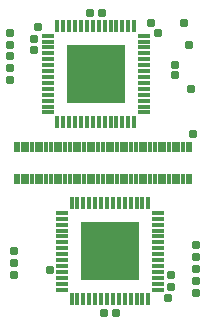
<source format=gts>
G75*
%MOIN*%
%OFA0B0*%
%FSLAX25Y25*%
%IPPOS*%
%LPD*%
%AMOC8*
5,1,8,0,0,1.08239X$1,22.5*
%
%ADD10R,0.19498X0.19498*%
%ADD11R,0.04143X0.01584*%
%ADD12R,0.01584X0.04143*%
%ADD13R,0.01506X0.03198*%
%ADD14R,0.01978X0.03198*%
%ADD15C,0.03100*%
D10*
X0039140Y0026935D03*
X0034415Y0085990D03*
D11*
X0018470Y0085006D03*
X0018470Y0086974D03*
X0018470Y0088943D03*
X0018470Y0090911D03*
X0018470Y0092880D03*
X0018470Y0094848D03*
X0018470Y0096817D03*
X0018470Y0098785D03*
X0018470Y0083037D03*
X0018470Y0081069D03*
X0018470Y0079100D03*
X0018470Y0077132D03*
X0018470Y0075163D03*
X0018470Y0073195D03*
X0023195Y0039730D03*
X0023195Y0037762D03*
X0023195Y0035793D03*
X0023195Y0033825D03*
X0023195Y0031856D03*
X0023195Y0029888D03*
X0023195Y0027919D03*
X0023195Y0025951D03*
X0023195Y0023982D03*
X0023195Y0022014D03*
X0023195Y0020045D03*
X0023195Y0018077D03*
X0023195Y0016108D03*
X0023195Y0014140D03*
X0055085Y0014140D03*
X0055085Y0016108D03*
X0055085Y0018077D03*
X0055085Y0020045D03*
X0055085Y0022014D03*
X0055085Y0023982D03*
X0055085Y0025951D03*
X0055085Y0027919D03*
X0055085Y0029888D03*
X0055085Y0031856D03*
X0055085Y0033825D03*
X0055085Y0035793D03*
X0055085Y0037762D03*
X0055085Y0039730D03*
X0050360Y0073195D03*
X0050360Y0075163D03*
X0050360Y0077132D03*
X0050360Y0079100D03*
X0050360Y0081069D03*
X0050360Y0083037D03*
X0050360Y0085006D03*
X0050360Y0086974D03*
X0050360Y0088943D03*
X0050360Y0090911D03*
X0050360Y0092880D03*
X0050360Y0094848D03*
X0050360Y0096817D03*
X0050360Y0098785D03*
D12*
X0047211Y0101935D03*
X0045242Y0101935D03*
X0043274Y0101935D03*
X0041305Y0101935D03*
X0039337Y0101935D03*
X0037368Y0101935D03*
X0035400Y0101935D03*
X0033431Y0101935D03*
X0031463Y0101935D03*
X0029494Y0101935D03*
X0027526Y0101935D03*
X0025557Y0101935D03*
X0023589Y0101935D03*
X0021620Y0101935D03*
X0021620Y0070045D03*
X0023589Y0070045D03*
X0025557Y0070045D03*
X0027526Y0070045D03*
X0029494Y0070045D03*
X0031463Y0070045D03*
X0033431Y0070045D03*
X0035400Y0070045D03*
X0037368Y0070045D03*
X0039337Y0070045D03*
X0041305Y0070045D03*
X0043274Y0070045D03*
X0045242Y0070045D03*
X0047211Y0070045D03*
X0047998Y0042880D03*
X0049967Y0042880D03*
X0051935Y0042880D03*
X0046030Y0042880D03*
X0044061Y0042880D03*
X0042093Y0042880D03*
X0040124Y0042880D03*
X0038156Y0042880D03*
X0036187Y0042880D03*
X0034219Y0042880D03*
X0032250Y0042880D03*
X0030281Y0042880D03*
X0028313Y0042880D03*
X0026344Y0042880D03*
X0026344Y0010990D03*
X0028313Y0010990D03*
X0030281Y0010990D03*
X0032250Y0010990D03*
X0034219Y0010990D03*
X0036187Y0010990D03*
X0038156Y0010990D03*
X0040124Y0010990D03*
X0042093Y0010990D03*
X0044061Y0010990D03*
X0046030Y0010990D03*
X0047998Y0010990D03*
X0049967Y0010990D03*
X0051935Y0010990D03*
D13*
X0052526Y0051128D03*
X0054100Y0051128D03*
X0055675Y0051128D03*
X0057250Y0051128D03*
X0058825Y0051128D03*
X0060400Y0051128D03*
X0061974Y0051128D03*
X0063549Y0051128D03*
X0063549Y0061797D03*
X0061974Y0061797D03*
X0060400Y0061797D03*
X0058825Y0061797D03*
X0057250Y0061797D03*
X0055675Y0061797D03*
X0054100Y0061797D03*
X0052526Y0061797D03*
X0050951Y0061797D03*
X0049376Y0061797D03*
X0047801Y0061797D03*
X0046226Y0061797D03*
X0044652Y0061797D03*
X0043077Y0061797D03*
X0041502Y0061797D03*
X0039927Y0061797D03*
X0038352Y0061797D03*
X0036778Y0061797D03*
X0035203Y0061797D03*
X0033628Y0061797D03*
X0032053Y0061797D03*
X0030478Y0061797D03*
X0028904Y0061797D03*
X0027329Y0061797D03*
X0025754Y0061797D03*
X0024179Y0061797D03*
X0022604Y0061797D03*
X0021030Y0061797D03*
X0019455Y0061797D03*
X0017880Y0061797D03*
X0016305Y0061797D03*
X0014730Y0061797D03*
X0013156Y0061797D03*
X0011581Y0061797D03*
X0010006Y0061797D03*
X0010006Y0051128D03*
X0011581Y0051128D03*
X0013156Y0051128D03*
X0014730Y0051128D03*
X0016305Y0051128D03*
X0017880Y0051128D03*
X0019455Y0051128D03*
X0021030Y0051128D03*
X0022604Y0051128D03*
X0024179Y0051128D03*
X0025754Y0051128D03*
X0027329Y0051128D03*
X0028904Y0051128D03*
X0030478Y0051128D03*
X0032053Y0051128D03*
X0033628Y0051128D03*
X0035203Y0051128D03*
X0036778Y0051128D03*
X0038352Y0051128D03*
X0039927Y0051128D03*
X0041502Y0051128D03*
X0043077Y0051128D03*
X0044652Y0051128D03*
X0046226Y0051128D03*
X0047801Y0051128D03*
X0049376Y0051128D03*
X0050951Y0051128D03*
D14*
X0065419Y0051128D03*
X0065419Y0061797D03*
X0008136Y0061797D03*
X0008136Y0051128D03*
D15*
X0007250Y0019061D03*
X0007250Y0022998D03*
X0007250Y0026935D03*
X0019061Y0020636D03*
X0037171Y0006463D03*
X0041108Y0006463D03*
X0044258Y0032053D03*
X0058431Y0011187D03*
X0059612Y0015124D03*
X0059612Y0019061D03*
X0067880Y0017093D03*
X0067880Y0021030D03*
X0067880Y0024967D03*
X0067880Y0028904D03*
X0067880Y0013156D03*
X0066699Y0065911D03*
X0066305Y0080872D03*
X0060793Y0085596D03*
X0060793Y0089140D03*
X0065518Y0095636D03*
X0063943Y0102919D03*
X0055281Y0099770D03*
X0052919Y0103116D03*
X0036384Y0106463D03*
X0032447Y0106463D03*
X0015124Y0101738D03*
X0013943Y0097801D03*
X0013943Y0093864D03*
X0005675Y0091896D03*
X0005675Y0095833D03*
X0005675Y0099770D03*
X0005675Y0087959D03*
X0005675Y0084022D03*
X0027329Y0078510D03*
M02*

</source>
